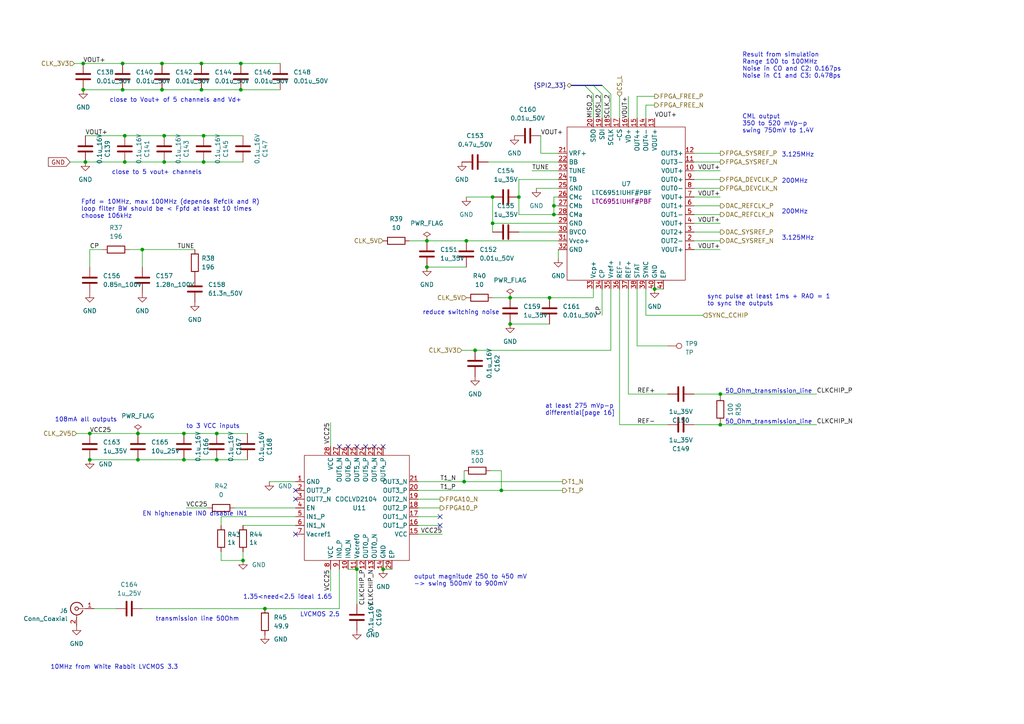
<source format=kicad_sch>
(kicad_sch (version 20230121) (generator eeschema)
  (paper "A4")
  (junction (at 137.795 101.6))
  (junction (at 134.62 139.7))
  (junction (at 123.825 69.85))
  (junction (at 40.005 133.35))
  (junction (at 58.42 26.035))
  (junction (at 24.765 46.99))
  (junction (at 111.125 165.1))
  (junction (at 103.505 165.1))
  (junction (at 36.195 46.99))
  (junction (at 46.99 18.415))
  (junction (at 69.85 26.035))
  (junction (at 24.13 18.415))
  (junction (at 46.99 26.035))
  (junction (at 142.875 64.77))
  (junction (at 123.825 77.47))
  (junction (at 160.655 59.69))
  (junction (at 135.255 69.85))
  (junction (at 142.875 57.15))
  (junction (at 47.625 46.99))
  (junction (at 160.655 62.23))
  (junction (at 24.13 26.035))
  (junction (at 40.005 125.73))
  (junction (at 58.42 18.415))
  (junction (at 35.56 18.415))
  (junction (at 208.915 114.3))
  (junction (at 145.415 142.24))
  (junction (at 53.34 133.35))
  (junction (at 147.955 93.98))
  (junction (at 147.955 86.36))
  (junction (at 59.055 46.99))
  (junction (at 62.865 133.35))
  (junction (at 26.035 125.73))
  (junction (at 35.56 26.035))
  (junction (at 41.275 72.39))
  (junction (at 53.34 125.73))
  (junction (at 59.055 39.37))
  (junction (at 159.385 86.36))
  (junction (at 208.915 123.19))
  (junction (at 36.195 39.37))
  (junction (at 189.865 83.82))
  (junction (at 76.835 176.53))
  (junction (at 62.865 125.73))
  (junction (at 26.035 133.35))
  (junction (at 150.495 57.15))
  (junction (at 69.85 18.415))
  (junction (at 47.625 39.37))
  (junction (at 70.485 162.56))
  (no_connect (at 127.635 152.4))
  (no_connect (at 127.635 149.86))
  (no_connect (at 100.965 129.54))
  (no_connect (at 106.045 129.54))
  (no_connect (at 103.505 129.54))
  (no_connect (at 111.125 129.54))
  (no_connect (at 85.725 142.24))
  (no_connect (at 85.725 144.78))
  (no_connect (at 85.725 154.94))
  (no_connect (at 108.585 129.54))
  (no_connect (at 98.425 129.54))
  (bus_entry (at 172.085 24.765) (size 2.54 2.54))
  (bus_entry (at 174.625 24.765) (size 2.54 2.54))
  (bus_entry (at 169.545 24.765) (size 2.54 2.54))
  (wire (pts (xy 133.985 101.6) (xy 137.795 101.6)))
  (wire (pts (xy 142.875 64.77) (xy 161.925 64.77)))
  (wire (pts (xy 64.135 149.86) (xy 85.725 149.86)))
  (wire (pts (xy 123.825 69.85) (xy 135.255 69.85)))
  (wire (pts (xy 201.295 72.39) (xy 208.915 72.39)))
  (wire (pts (xy 201.295 57.15) (xy 208.915 57.15)))
  (wire (pts (xy 201.295 52.07) (xy 208.915 52.07)))
  (wire (pts (xy 40.005 133.35) (xy 53.34 133.35)))
  (wire (pts (xy 26.035 133.35) (xy 40.005 133.35)))
  (wire (pts (xy 145.415 142.24) (xy 163.195 142.24)))
  (wire (pts (xy 187.325 30.48) (xy 187.325 34.29)))
  (wire (pts (xy 184.785 27.94) (xy 189.865 27.94)))
  (wire (pts (xy 184.785 34.29) (xy 184.785 27.94)))
  (wire (pts (xy 134.62 139.7) (xy 163.195 139.7)))
  (wire (pts (xy 36.195 46.99) (xy 47.625 46.99)))
  (wire (pts (xy 64.135 160.02) (xy 64.135 162.56)))
  (wire (pts (xy 121.285 152.4) (xy 127.635 152.4)))
  (wire (pts (xy 208.915 123.19) (xy 201.295 123.19)))
  (wire (pts (xy 161.925 57.15) (xy 160.655 57.15)))
  (wire (pts (xy 160.655 57.15) (xy 160.655 59.69)))
  (wire (pts (xy 201.295 69.85) (xy 208.915 69.85)))
  (wire (pts (xy 156.845 39.37) (xy 156.845 44.45)))
  (wire (pts (xy 41.275 72.39) (xy 41.275 77.47)))
  (wire (pts (xy 150.495 62.23) (xy 160.655 62.23)))
  (wire (pts (xy 134.62 136.525) (xy 134.62 139.7)))
  (wire (pts (xy 53.975 147.32) (xy 60.325 147.32)))
  (wire (pts (xy 111.125 165.1) (xy 113.665 165.1)))
  (wire (pts (xy 236.855 114.3) (xy 208.915 114.3)))
  (wire (pts (xy 161.925 52.07) (xy 150.495 52.07)))
  (wire (pts (xy 47.625 46.99) (xy 59.055 46.99)))
  (wire (pts (xy 36.195 39.37) (xy 47.625 39.37)))
  (wire (pts (xy 174.625 83.82) (xy 174.625 91.44)))
  (wire (pts (xy 40.005 125.73) (xy 53.34 125.73)))
  (wire (pts (xy 177.165 101.6) (xy 177.165 83.82)))
  (wire (pts (xy 98.425 176.53) (xy 98.425 165.1)))
  (wire (pts (xy 201.295 62.23) (xy 208.915 62.23)))
  (wire (pts (xy 95.885 122.555) (xy 95.885 129.54)))
  (wire (pts (xy 159.385 86.36) (xy 172.085 86.36)))
  (wire (pts (xy 201.295 64.77) (xy 208.915 64.77)))
  (wire (pts (xy 193.675 100.33) (xy 184.785 100.33)))
  (wire (pts (xy 208.915 123.19) (xy 236.855 123.19)))
  (wire (pts (xy 58.42 18.415) (xy 69.85 18.415)))
  (wire (pts (xy 179.705 27.94) (xy 179.705 34.29)))
  (wire (pts (xy 154.305 49.53) (xy 161.925 49.53)))
  (wire (pts (xy 69.85 26.035) (xy 81.28 26.035)))
  (wire (pts (xy 145.415 136.525) (xy 142.24 136.525)))
  (wire (pts (xy 160.655 62.23) (xy 161.925 62.23)))
  (wire (pts (xy 121.285 154.94) (xy 128.27 154.94)))
  (wire (pts (xy 156.845 44.45) (xy 161.925 44.45)))
  (wire (pts (xy 53.34 133.35) (xy 62.865 133.35)))
  (wire (pts (xy 182.245 83.82) (xy 182.245 114.3)))
  (wire (pts (xy 64.135 152.4) (xy 64.135 149.86)))
  (wire (pts (xy 161.925 72.39) (xy 161.925 74.93)))
  (wire (pts (xy 121.285 142.24) (xy 145.415 142.24)))
  (wire (pts (xy 203.835 91.44) (xy 187.325 91.44)))
  (wire (pts (xy 147.955 93.98) (xy 159.385 93.98)))
  (wire (pts (xy 150.495 57.15) (xy 150.495 62.23)))
  (wire (pts (xy 59.055 46.99) (xy 70.485 46.99)))
  (wire (pts (xy 21.59 18.415) (xy 24.13 18.415)))
  (wire (pts (xy 187.325 91.44) (xy 187.325 83.82)))
  (wire (pts (xy 24.765 39.37) (xy 36.195 39.37)))
  (wire (pts (xy 201.295 49.53) (xy 208.915 49.53)))
  (wire (pts (xy 103.505 165.1) (xy 103.505 175.26)))
  (bus (pts (xy 172.085 24.765) (xy 174.625 24.765)))
  (wire (pts (xy 46.99 26.035) (xy 58.42 26.035)))
  (wire (pts (xy 150.495 52.07) (xy 150.495 57.15)))
  (wire (pts (xy 142.875 86.36) (xy 147.955 86.36)))
  (wire (pts (xy 121.285 149.86) (xy 127.635 149.86)))
  (wire (pts (xy 27.305 176.53) (xy 33.655 176.53)))
  (wire (pts (xy 20.32 46.99) (xy 24.765 46.99)))
  (wire (pts (xy 201.295 46.99) (xy 208.915 46.99)))
  (wire (pts (xy 201.295 67.31) (xy 208.915 67.31)))
  (wire (pts (xy 37.465 72.39) (xy 41.275 72.39)))
  (wire (pts (xy 53.34 125.73) (xy 62.865 125.73)))
  (wire (pts (xy 64.135 162.56) (xy 70.485 162.56)))
  (wire (pts (xy 118.745 69.85) (xy 123.825 69.85)))
  (wire (pts (xy 70.485 160.02) (xy 70.485 162.56)))
  (wire (pts (xy 35.56 26.035) (xy 46.99 26.035)))
  (wire (pts (xy 67.945 147.32) (xy 85.725 147.32)))
  (wire (pts (xy 150.495 67.31) (xy 161.925 67.31)))
  (wire (pts (xy 208.915 122.555) (xy 208.915 123.19)))
  (wire (pts (xy 26.035 77.47) (xy 26.035 72.39)))
  (wire (pts (xy 189.865 30.48) (xy 187.325 30.48)))
  (wire (pts (xy 41.275 176.53) (xy 76.835 176.53)))
  (wire (pts (xy 182.245 27.94) (xy 182.245 34.29)))
  (wire (pts (xy 177.165 27.305) (xy 177.165 34.29)))
  (wire (pts (xy 58.42 26.035) (xy 69.85 26.035)))
  (wire (pts (xy 155.575 54.61) (xy 161.925 54.61)))
  (wire (pts (xy 76.835 176.53) (xy 98.425 176.53)))
  (wire (pts (xy 121.285 144.78) (xy 127.635 144.78)))
  (wire (pts (xy 26.035 72.39) (xy 29.845 72.39)))
  (wire (pts (xy 24.13 26.035) (xy 35.56 26.035)))
  (wire (pts (xy 142.875 64.77) (xy 142.875 67.31)))
  (bus (pts (xy 165.735 24.765) (xy 169.545 24.765)))
  (wire (pts (xy 145.415 136.525) (xy 145.415 142.24)))
  (wire (pts (xy 208.915 114.3) (xy 201.295 114.3)))
  (wire (pts (xy 46.99 18.415) (xy 58.42 18.415)))
  (wire (pts (xy 201.295 54.61) (xy 208.915 54.61)))
  (wire (pts (xy 100.965 165.1) (xy 103.505 165.1)))
  (wire (pts (xy 174.625 27.305) (xy 174.625 34.29)))
  (wire (pts (xy 184.785 100.33) (xy 184.785 83.82)))
  (wire (pts (xy 179.705 83.82) (xy 179.705 123.19)))
  (wire (pts (xy 208.915 114.935) (xy 208.915 114.3)))
  (wire (pts (xy 137.795 101.6) (xy 177.165 101.6)))
  (wire (pts (xy 35.56 18.415) (xy 46.99 18.415)))
  (wire (pts (xy 121.285 147.32) (xy 127.635 147.32)))
  (wire (pts (xy 182.245 114.3) (xy 193.675 114.3)))
  (wire (pts (xy 123.825 77.47) (xy 135.255 77.47)))
  (wire (pts (xy 22.225 125.73) (xy 26.035 125.73)))
  (wire (pts (xy 26.035 125.73) (xy 40.005 125.73)))
  (wire (pts (xy 201.295 59.69) (xy 208.915 59.69)))
  (wire (pts (xy 135.255 57.15) (xy 142.875 57.15)))
  (wire (pts (xy 160.655 59.69) (xy 160.655 62.23)))
  (wire (pts (xy 179.705 123.19) (xy 193.675 123.19)))
  (wire (pts (xy 147.955 86.36) (xy 159.385 86.36)))
  (wire (pts (xy 201.295 44.45) (xy 208.915 44.45)))
  (wire (pts (xy 47.625 39.37) (xy 59.055 39.37)))
  (wire (pts (xy 121.285 139.7) (xy 134.62 139.7)))
  (wire (pts (xy 172.085 27.305) (xy 172.085 34.29)))
  (bus (pts (xy 169.545 24.765) (xy 172.085 24.765)))
  (wire (pts (xy 141.605 46.99) (xy 161.925 46.99)))
  (wire (pts (xy 24.765 46.99) (xy 36.195 46.99)))
  (wire (pts (xy 41.275 72.39) (xy 56.515 72.39)))
  (wire (pts (xy 95.885 165.1) (xy 95.885 171.45)))
  (wire (pts (xy 24.13 18.415) (xy 35.56 18.415)))
  (wire (pts (xy 189.865 83.82) (xy 192.405 83.82)))
  (wire (pts (xy 160.655 59.69) (xy 161.925 59.69)))
  (wire (pts (xy 69.85 18.415) (xy 81.28 18.415)))
  (wire (pts (xy 78.105 139.7) (xy 85.725 139.7)))
  (wire (pts (xy 62.865 125.73) (xy 71.755 125.73)))
  (wire (pts (xy 59.055 39.37) (xy 70.485 39.37)))
  (wire (pts (xy 135.255 69.85) (xy 161.925 69.85)))
  (wire (pts (xy 70.485 152.4) (xy 85.725 152.4)))
  (wire (pts (xy 142.875 57.15) (xy 142.875 64.77)))
  (wire (pts (xy 172.085 83.82) (xy 172.085 86.36)))
  (wire (pts (xy 62.865 133.35) (xy 71.755 133.35)))
  (text "transmission line 50Ohm" (at 45.085 180.34 0) (effects (font (size 1.27 1.27)) (justify left bottom)))
  (text "reduce switching noise" (at 122.555 91.44 0) (effects (font (size 1.27 1.27)) (justify left bottom)))
  (text "CML output\n350 to 520 mVp-p\nswing 750mV to 1.4V" (at 215.265 38.735 0) (effects (font (size 1.27 1.27)) (justify left bottom)))
  (text "200MHz" (at 226.695 53.34 0) (effects (font (size 1.27 1.27)) (justify left bottom)))
  (text "3.125MHz" (at 226.695 69.85 0) (effects (font (size 1.27 1.27)) (justify left bottom)))
  (text "200MHz" (at 226.695 62.23 0) (effects (font (size 1.27 1.27)) (justify left bottom)))
  (text "3.125MHz" (at 226.695 45.72 0) (effects (font (size 1.27 1.27)) (justify left bottom)))
  (text "Fpfd = 10MHz, max 100MHz (depends Refclk and R)\nloop filter BW should be < Fpfd at least 10 times\nchoose 106kHz" (at 23.495 63.5 0) (effects (font (size 1.27 1.27)) (justify left bottom)))
  (text "close to 5 vout+ channels" (at 32.385 50.8 0) (effects (font (size 1.27 1.27)) (justify left bottom)))
  (text "at least 275 mVp-p \ndifferential[page 16]" (at 158.115 120.65 0) (effects (font (size 1.27 1.27)) (justify left bottom)))
  (text "sync pulse at least 1ms + RAO = 1\nto sync the outputs" (at 205.105 88.9 0) (effects (font (size 1.27 1.27)) (justify left bottom)))
  (text "EN high:enable IN0 disable IN1" (at 41.275 149.86 0) (effects (font (size 1.27 1.27)) (justify left bottom)))
  (text "Result from simulation\nRange 100 to 100MHz\nNoise in CO and C2: 0.167ps\nNoise in C1 and C3: 0.478ps" (at 215.265 22.86 0) (effects (font (size 1.27 1.27)) (justify left bottom)))
  (text "108mA all outputs" (at 15.875 122.555 0) (effects (font (size 1.27 1.27)) (justify left bottom)))
  (text "50_Ohm_transmission_line" (at 235.585 114.3 0) (effects (font (size 1.27 1.27)) (justify right bottom)))
  (text "close to Vout+ of 5 channels and Vd+" (at 31.75 29.845 0) (effects (font (size 1.27 1.27)) (justify left bottom)))
  (text "to 3 VCC inputs" (at 53.975 124.46 0) (effects (font (size 1.27 1.27)) (justify left bottom)))
  (text "10MHz from White Rabbit LVCMOS 3.3" (at 14.605 194.31 0) (effects (font (size 1.27 1.27)) (justify left bottom)))
  (text "LVCMOS 2.5" (at 86.995 179.07 0) (effects (font (size 1.27 1.27)) (justify left bottom)))
  (text "1.35<need<2.5 ideal 1.65" (at 70.485 173.99 0) (effects (font (size 1.27 1.27)) (justify left bottom)))
  (text "50_Ohm_transmission_line" (at 235.585 123.19 0) (effects (font (size 1.27 1.27)) (justify right bottom)))
  (text "output magnitude 250 to 450 mV\n-> swing 500mV to 900mV" (at 120.015 170.18 0) (effects (font (size 1.27 1.27)) (justify left bottom)))
  (label "T1_N" (at 127.635 139.7 0))
  (label "T1_P" (at 127.635 142.24 0))
  (label "VOUT+" (at 208.915 57.15 180))
  (label "VCC25" (at 95.885 122.555 270))
  (label "REF-" (at 184.785 123.19 0))
  (label "TUNE" (at 51.435 72.39 0))
  (label "CP" (at 174.625 91.44 90))
  (label "CLKCHIP_N" (at 108.585 165.1 270))
  (label "VOUT+" (at 24.13 18.415 0))
  (label "VOUT+" (at 208.915 72.39 180))
  (label "SCLK_2" (at 177.165 27.305 270))
  (label "VCC25" (at 128.27 154.94 180))
  (label "CLKCHIP_N" (at 236.855 123.19 0))
  (label "VOUT+" (at 182.245 27.94 270))
  (label "VOUT+" (at 189.865 34.29 0))
  (label "TUNE" (at 154.305 49.53 0))
  (label "VCC25" (at 95.885 171.45 90))
  (label "VCC25" (at 26.035 125.73 0))
  (label "MOSI_2" (at 174.625 27.305 270))
  (label "CP" (at 26.035 72.39 0))
  (label "VOUT+" (at 208.915 64.77 180))
  (label "REF+" (at 184.785 114.3 0))
  (label "VCC25" (at 53.975 147.32 0))
  (label "CLKCHIP_P" (at 236.855 114.3 0))
  (label "VOUT+" (at 208.915 49.53 180))
  (label "CLKCHIP_P" (at 106.045 165.1 270))
  (label "MISO_2" (at 172.085 27.305 270))
  (label "VOUT+" (at 156.845 39.37 0))
  (label "VOUT+" (at 24.765 39.37 0))
  (global_label "GND" (shape input) (at 20.32 46.99 180) (property "Intersheetrefs" "${INTERSHEET_REFS}" (effects hide)))
  (hierarchical_label "DAC_REFCLK_P" (shape output) (at 208.915 59.69 0))
  (hierarchical_label "FPGA_SYSREF_N" (shape output) (at 208.915 46.99 0))
  (hierarchical_label "FPGA_FREE_N" (shape output) (at 189.865 30.48 0))
  (hierarchical_label "T1_N" (shape output) (at 163.195 139.7 0))
  (hierarchical_label "CLK_3V3" (shape input) (at 133.985 101.6 180))
  (hierarchical_label "T1_P" (shape output) (at 163.195 142.24 0))
  (hierarchical_label "CLK_3V3" (shape input) (at 21.59 18.415 180))
  (hierarchical_label "DAC_REFCLK_N" (shape output) (at 208.915 62.23 0))
  (hierarchical_label "SYNC_CCHIP" (shape input) (at 203.835 91.44 0))
  (hierarchical_label "FPGA_FREE_P" (shape output) (at 189.865 27.94 0))
  (hierarchical_label "CLK_5V" (shape input) (at 135.255 86.36 180))
  (hierarchical_label "CLK_2V5" (shape input) (at 22.225 125.73 180))
  (hierarchical_label "FPGA_DEVCLK_P" (shape output) (at 208.915 52.07 0))
  (hierarchical_label "FPGA_SYSREF_P" (shape output) (at 208.915 44.45 0))
  (hierarchical_label "DAC_SYSREF_N" (shape output) (at 208.915 69.85 0))
  (hierarchical_label "FPGA10_N" (shape output) (at 127.635 144.78 0))
  (hierarchical_label "CLK_5V" (shape input) (at 111.125 69.85 180))
  (hierarchical_label "DAC_SYSREF_P" (shape output) (at 208.915 67.31 0))
  (hierarchical_label "FPGA10_P" (shape output) (at 127.635 147.32 0))
  (hierarchical_label "FPGA_DEVCLK_N" (shape output) (at 208.915 54.61 0))
  (hierarchical_label "CS_L" (shape input) (at 179.705 27.94 90))
  (hierarchical_label "{SPI2_33}" (shape bidirectional) (at 165.735 24.765 180))
  (symbol (lib_id "power:GND") (at 147.955 93.98 0) (unit 1)
    (property "Reference" "#PWR0108" (effects hide))
    (property "Value" "GND" (at 147.955 99.06 0))
    (instances (project "Bread" (path "" (reference "#PWR0108") (unit 1))) (project "pllclock" (path "" (reference "#PWR074") (unit 1))) (project "Bread70" (path "" (reference "#PWR0109") (unit 1))))
  )
  (symbol (lib_id "head-rescue:C-Device") (at 36.195 43.18 180) (unit 1)
    (property "Reference" "C141" (at 42.5958 43.18 90))
    (property "Value" "0.1u_16V" (at 40.2844 43.18 90))
    (property "Footprint" "Capacitor_SMD:C_0603_1608Metric" (effects hide))
    (property "Datasheet" "https://www.mouser.fr/ProductDetail/TAIYO-YUDEN/EMF107B7104KAHT?qs=%252B6g0mu59x7JS5TRg8GVKAA%3D%3D" (effects hide))
    (property "Part" "EMF107B7104KAHT " (effects hide))
    (property "Unitprice" "0.169" (effects hide))
    (property "Description" "Multilayer Ceramic Capacitors MLCC - SMD/SMT 0603 16VDC 0.1uF 10% X7R AEC-Q200 " (effects hide))
    (property "Man" "Taiyo Yuden " (effects hide))
    (property "Dis" "Mouser" (effects hide))
    (instances (project "Bread" (path "" (reference "C141") (unit 1))) (project "pllclock" (path "" (reference "C62") (unit 1))) (project "Bread70" (path "" (reference "C155") (unit 1))))
  )
  (symbol (lib_id "head-rescue:C-Device") (at 59.055 43.18 180) (unit 1)
    (property "Reference" "C145" (at 65.4558 43.18 90))
    (property "Value" "0.1u_16V" (at 63.1444 43.18 90))
    (property "Footprint" "Capacitor_SMD:C_0603_1608Metric" (effects hide))
    (property "Datasheet" "https://www.mouser.fr/ProductDetail/TAIYO-YUDEN/EMF107B7104KAHT?qs=%252B6g0mu59x7JS5TRg8GVKAA%3D%3D" (effects hide))
    (property "Part" "EMF107B7104KAHT " (effects hide))
    (property "Unitprice" "0.169" (effects hide))
    (property "Description" "Multilayer Ceramic Capacitors MLCC - SMD/SMT 0603 16VDC 0.1uF 10% X7R AEC-Q200 " (effects hide))
    (property "Man" "Taiyo Yuden " (effects hide))
    (property "Dis" "Mouser" (effects hide))
    (instances (project "Bread" (path "" (reference "C145") (unit 1))) (project "pllclock" (path "" (reference "C141") (unit 1))) (project "Bread70" (path "" (reference "C164") (unit 1))))
  )
  (symbol (lib_id "power:GND") (at 111.125 165.1 0) (unit 1)
    (property "Reference" "#PWR0121" (effects hide))
    (property "Value" "GND" (at 111.125 170.18 0))
    (instances (project "Bread" (path "" (reference "#PWR0121") (unit 1))) (project "buffer" (path "" (reference "#PWR0113") (unit 1))) (project "Bread70" (path "" (reference "#PWR0104") (unit 1))))
  )
  (symbol (lib_id "Device:C") (at 41.275 81.28 180) (unit 1)
    (property "Reference" "C157" (at 45.085 80.0099 0) (effects (justify right)))
    (property "Value" "1.28n_100V" (at 45.085 82.5499 0) (effects (justify right)))
    (property "Footprint" "Capacitor_SMD:C_0603_1608Metric" (effects hide))
    (property "Datasheet" "https://www.mouser.fr/ProductDetail/Murata-Electronics/GCM1885C2A132JA16D?qs=MY6wChARw2wq79ITuktoIg%3D%3D" (effects hide))
    (property "Part" "GCM1885C2A132JA16D " (effects hide))
    (property "Unitprice" "0,21" (effects hide))
    (property "Description" "Multilayer Ceramic Capacitors MLCC - SMD/SMT 0603 1300pF 100volt C0G +/-5% " (effects hide))
    (property "Man" "Murata Electronics " (effects hide))
    (property "Dis" "Mouser" (effects hide))
    (instances (project "Bread" (path "" (reference "C157") (unit 1))) (project "pllclock" (path "" (reference "C157") (unit 1))) (project "Bread70" (path "" (reference "C158") (unit 1))))
  )
  (symbol (lib_id "head-rescue:C-Device") (at 53.34 129.54 180) (unit 1)
    (property "Reference" "C166" (at 59.7408 129.54 90))
    (property "Value" "0.1u_16V" (at 57.4294 129.54 90))
    (property "Footprint" "Capacitor_SMD:C_0603_1608Metric" (effects hide))
    (property "Datasheet" "https://www.mouser.fr/ProductDetail/TAIYO-YUDEN/EMF107B7104KAHT?qs=%252B6g0mu59x7JS5TRg8GVKAA%3D%3D" (effects hide))
    (property "Part" "EMF107B7104KAHT " (effects hide))
    (property "Unitprice" "0.169" (effects hide))
    (property "Description" "Multilayer Ceramic Capacitors MLCC - SMD/SMT 0603 16VDC 0.1uF 10% X7R AEC-Q200 " (effects hide))
    (property "Man" "Taiyo Yuden " (effects hide))
    (property "Dis" "Mouser" (effects hide))
    (instances (project "Bread" (path "" (reference "C166") (unit 1))) (project "buffer" (path "" (reference "C163") (unit 1))) (project "Bread70" (path "" (reference "C161") (unit 1))))
  )
  (symbol (lib_id "Device:R") (at 139.065 86.36 90) (unit 1)
    (property "Reference" "R40" (at 139.065 80.01 90))
    (property "Value" "10" (at 139.065 82.55 90))
    (property "Footprint" "Resistor_SMD:R_0603_1608Metric" (effects hide))
    (property "Datasheet" "https://www.mouser.fr/ProductDetail/ROHM-Semiconductor/SDR03EZPF10R0?qs=sGAEpiMZZMtlubZbdhIBIIR71ikvQRXL86cQ8CeB2OQ%3D" (effects hide))
    (property "Part" "SDR03EZPF10R0 " (effects hide))
    (property "Description" "Thick Film Resistors - SMD 0603 10ohm 1% Anti Surge AEC-Q200 " (effects hide))
    (property "Unitprice" "0,131" (effects hide))
    (property "Man" "ROHM-Semiconductor" (effects hide))
    (property "Dis" "Mouser" (effects hide))
    (instances (project "Bread" (path "" (reference "R40") (unit 1))) (project "pllclock" (path "" (reference "R35") (unit 1))) (project "Bread70" (path "" (reference "R61") (unit 1))))
  )
  (symbol (lib_id "head-rescue:C-Device") (at 71.755 129.54 180) (unit 1)
    (property "Reference" "C168" (at 78.1558 129.54 90))
    (property "Value" "0.1u_16V" (at 75.8444 129.54 90))
    (property "Footprint" "Capacitor_SMD:C_0603_1608Metric" (effects hide))
    (property "Datasheet" "https://www.mouser.fr/ProductDetail/TAIYO-YUDEN/EMF107B7104KAHT?qs=%252B6g0mu59x7JS5TRg8GVKAA%3D%3D" (effects hide))
    (property "Part" "EMF107B7104KAHT " (effects hide))
    (property "Unitprice" "0.169" (effects hide))
    (property "Description" "Multilayer Ceramic Capacitors MLCC - SMD/SMT 0603 16VDC 0.1uF 10% X7R AEC-Q200 " (effects hide))
    (property "Man" "Taiyo Yuden " (effects hide))
    (property "Dis" "Mouser" (effects hide))
    (instances (project "Bread" (path "" (reference "C168") (unit 1))) (project "buffer" (path "" (reference "C166") (unit 1))) (project "Bread70" (path "" (reference "C168") (unit 1))))
  )
  (symbol (lib_id "power:GND") (at 149.225 39.37 0) (unit 1)
    (property "Reference" "#PWR0109" (effects hide))
    (property "Value" "GND" (at 149.225 44.45 0))
    (instances (project "Bread" (path "" (reference "#PWR0109") (unit 1))) (project "pllclock" (path "" (reference "#PWR075") (unit 1))) (project "Bread70" (path "" (reference "#PWR0110") (unit 1))))
  )
  (symbol (lib_id "Device:C") (at 137.795 46.99 90) (unit 1)
    (property "Reference" "C153" (at 137.795 39.37 90))
    (property "Value" "0.47u_50V" (at 137.795 41.91 90))
    (property "Footprint" "Capacitor_SMD:C_0603_1608Metric" (effects hide))
    (property "Datasheet" "https://www.mouser.fr/ProductDetail/Taiyo-Yuden/UMK107B7474KA-TR?qs=PzICbMaShUdqAbO6Hf9P0w%3D%3D" (effects hide))
    (property "Part" "UMK107B7474KA-TR" (effects hide))
    (property "Unitprice" "0,175" (effects hide))
    (property "Description" "Multilayer Ceramic Capacitors MLCC - SMD/SMT 0603 50VDC 0.47uF 10% X7R" (effects hide))
    (property "Man" "Taiyo Yuden " (effects hide))
    (property "Dis" "Mouser" (effects hide))
    (instances (project "Bread" (path "" (reference "C153") (unit 1))) (project "pllclock" (path "" (reference "C149") (unit 1))) (project "Bread70" (path "" (reference "C173") (unit 1))))
  )
  (symbol (lib_id "Device:C") (at 146.685 67.31 90) (unit 1)
    (property "Reference" "C155" (at 146.685 59.69 90))
    (property "Value" "1u_35V" (at 146.685 62.23 90))
    (property "Footprint" "Capacitor_SMD:C_0603_1608Metric" (effects hide))
    (property "Datasheet" "https://www.mouser.fr/ProductDetail/Taiyo-Yuden/GMJ107CB7105KAHR?qs=3jdCaFhktOQWOjcG%2FzhUAg%3D%3D" (effects hide))
    (property "Part" "GMJ107CB7105KAHR " (effects hide))
    (property "Unitprice" "0,263" (effects hide))
    (property "Description" "Multilayer Ceramic Capacitors MLCC - SMD/SMT 0603 35VDC 1uF 10% X7R AEC-Q200 " (effects hide))
    (property "Man" "Taiyo Yuden " (effects hide))
    (property "Dis" "Mouser" (effects hide))
    (instances (project "Bread" (path "" (reference "C155") (unit 1))) (project "pllclock" (path "" (reference "C151") (unit 1))) (project "Bread70" (path "" (reference "C176") (unit 1))))
  )
  (symbol (lib_id "Device:C") (at 81.28 22.225 0) (unit 1)
    (property "Reference" "C148" (at 85.09 20.9549 0) (effects (justify left)))
    (property "Value" "0.01u_50V" (at 85.09 23.4949 0) (effects (justify left)))
    (property "Footprint" "Capacitor_SMD:C_0603_1608Metric" (effects hide))
    (property "Datasheet" "https://www.mouser.fr/ProductDetail/Taiyo-Yuden/UMK107B7103KAHT?qs=vF%252B8ahGVilcYbA08bkQoWA%3D%3D" (effects hide))
    (property "Part" "UMK107B7103KAHT " (effects hide))
    (property "Unitprice" "0,123" (effects hide))
    (property "Description" "Multilayer Ceramic Capacitors MLCC - SMD/SMT 0603 50VDC 0.01uF 10% X7R AEC-Q200 " (effects hide))
    (property "Man" "Taiyo Yuden " (effects hide))
    (property "Dis" "Mouser" (effects hide))
    (instances (project "Bread" (path "" (reference "C148") (unit 1))) (project "pllclock" (path "" (reference "C144") (unit 1))) (project "Bread70" (path "" (reference "C169") (unit 1))))
  )
  (symbol (lib_id "Connector:Conn_Coaxial") (at 22.225 176.53 0) (mirror y) (unit 1)
    (property "Reference" "J6" (at 19.6849 177.1459 0) (effects (justify left)))
    (property "Value" "Conn_Coaxial" (at 19.6849 179.4446 0) (effects (justify left)))
    (property "Footprint" "Connector_Coaxial:SMA_Amphenol_132134_Vertical" (effects hide))
    (property "Datasheet" "https://www.mouser.fr/ProductDetail/Amphenol-RF/132134/?qs=b8dDPpdgesvQEpS4IQp3aA%3D%3D" (effects hide))
    (property "Part" "132134" (effects hide))
    (property "Man" "Amphenol RF" (effects hide))
    (property "Description" " RF Connectors / Coaxial Connectors SMA STRAIGHT PCB RECEPTACLE" (effects hide))
    (property "Dis" "Mouser" (effects hide))
    (property "Unitprice" "5.68" (effects hide))
    (instances (project "tdc" (path "" (reference "J6") (unit 1))) (project "Bread" (path "" (reference "J15") (unit 1))) (project "Bread70" (path "" (reference "J12") (unit 1)) (path "" (reference "J16") (unit 1)) (path "" (reference "J19") (unit 1))))
  )
  (symbol (lib_id "Device:C") (at 26.035 81.28 180) (unit 1)
    (property "Reference" "C156" (at 29.845 80.0099 0) (effects (justify right)))
    (property "Value" "0.85n_100V" (at 29.845 82.5499 0) (effects (justify right)))
    (property "Footprint" "Capacitor_SMD:C_0603_1608Metric" (effects hide))
    (property "Datasheet" "https://www.mouser.fr/ProductDetail/Vishay-Vitramon/VJ0603Y821KXBAC?qs=CkAzvnrpUEz0EZWKc4vqVg%3D%3D" (effects hide))
    (property "Part" "VJ0603Y821KXBAC " (effects hide))
    (property "Unitprice" "0,28" (effects hide))
    (property "Description" "Multilayer Ceramic Capacitors MLCC - SMD/SMT 820pF 100volts X7R 10%" (effects hide))
    (property "Man" "Vishay / Vitramon " (effects hide))
    (property "Dis" "Mouser" (effects hide))
    (instances (project "Bread" (path "" (reference "C156") (unit 1))) (project "pllclock" (path "" (reference "C156") (unit 1))) (project "Bread70" (path "" (reference "C152") (unit 1))))
  )
  (symbol (lib_id "head-rescue:R-Device") (at 208.915 118.745 0) (mirror x) (unit 1)
    (property "Reference" "R36" (at 214.1728 118.745 90))
    (property "Value" "100" (at 211.8614 118.745 90))
    (property "Footprint" "Resistor_SMD:R_0603_1608Metric" (effects hide))
    (property "Datasheet" "https://www.mouser.fr/ProductDetail/KOA-Speer/RN73R1JTTD1000F50?qs=vLWxofP3U2yYPkSOJCMWdQ%3D%3D" (effects hide))
    (property "Part" "RN73R1JTTD1000F50" (effects hide))
    (property "Unitprice" "0.443" (effects hide))
    (property "Description" " Thin Film Resistors - SMD 100 ohm 1% 50 ppm" (effects hide))
    (property "Man" "KOA Speer " (effects hide))
    (property "Dis" "Mouser" (effects hide))
    (instances (project "Bread" (path "" (reference "R36") (unit 1))) (project "pllclock" (path "" (reference "R33") (unit 1))) (project "Bread70" (path "" (reference "R63") (unit 1))))
  )
  (symbol (lib_id "head-rescue:C-Device") (at 47.625 43.18 180) (unit 1)
    (property "Reference" "C143" (at 54.0258 43.18 90))
    (property "Value" "0.1u_16V" (at 51.7144 43.18 90))
    (property "Footprint" "Capacitor_SMD:C_0603_1608Metric" (effects hide))
    (property "Datasheet" "https://www.mouser.fr/ProductDetail/TAIYO-YUDEN/EMF107B7104KAHT?qs=%252B6g0mu59x7JS5TRg8GVKAA%3D%3D" (effects hide))
    (property "Part" "EMF107B7104KAHT " (effects hide))
    (property "Unitprice" "0.169" (effects hide))
    (property "Description" "Multilayer Ceramic Capacitors MLCC - SMD/SMT 0603 16VDC 0.1uF 10% X7R AEC-Q200 " (effects hide))
    (property "Man" "Taiyo Yuden " (effects hide))
    (property "Dis" "Mouser" (effects hide))
    (instances (project "Bread" (path "" (reference "C143") (unit 1))) (project "pllclock" (path "" (reference "C139") (unit 1))) (project "Bread70" (path "" (reference "C160") (unit 1))))
  )
  (symbol (lib_id "Device:C") (at 69.85 22.225 0) (unit 1)
    (property "Reference" "C146" (at 73.66 20.9549 0) (effects (justify left)))
    (property "Value" "0.01u_50V" (at 73.66 23.4949 0) (effects (justify left)))
    (property "Footprint" "Capacitor_SMD:C_0603_1608Metric" (effects hide))
    (property "Datasheet" "https://www.mouser.fr/ProductDetail/Taiyo-Yuden/UMK107B7103KAHT?qs=vF%252B8ahGVilcYbA08bkQoWA%3D%3D" (effects hide))
    (property "Part" "UMK107B7103KAHT " (effects hide))
    (property "Unitprice" "0,123" (effects hide))
    (property "Description" "Multilayer Ceramic Capacitors MLCC - SMD/SMT 0603 50VDC 0.01uF 10% X7R AEC-Q200 " (effects hide))
    (property "Man" "Taiyo Yuden " (effects hide))
    (property "Dis" "Mouser" (effects hide))
    (instances (project "Bread" (path "" (reference "C146") (unit 1))) (project "pllclock" (path "" (reference "C142") (unit 1))) (project "Bread70" (path "" (reference "C166") (unit 1))))
  )
  (symbol (lib_id "power:GND") (at 41.275 85.09 0) (unit 1)
    (property "Reference" "#PWR0100" (effects hide))
    (property "Value" "GND" (at 41.275 90.17 0))
    (instances (project "Bread" (path "" (reference "#PWR0100") (unit 1))) (project "pllclock" (path "" (reference "#PWR082") (unit 1))) (project "Bread70" (path "" (reference "#PWR098") (unit 1))))
  )
  (symbol (lib_id "power:GND") (at 133.985 46.99 0) (unit 1)
    (property "Reference" "#PWR0106" (effects hide))
    (property "Value" "GND" (at 133.985 52.07 0))
    (instances (project "Bread" (path "" (reference "#PWR0106") (unit 1))) (project "pllclock" (path "" (reference "#PWR072") (unit 1))) (project "Bread70" (path "" (reference "#PWR0106") (unit 1))))
  )
  (symbol (lib_id "Device:R") (at 56.515 76.2 180) (unit 1)
    (property "Reference" "R38" (at 58.42 74.9299 0) (effects (justify right)))
    (property "Value" "196" (at 58.42 77.4699 0) (effects (justify right)))
    (property "Footprint" "Resistor_SMD:R_0603_1608Metric" (effects hide))
    (property "Datasheet" "https://www.mouser.fr/ProductDetail/Bourns/CR0603-FX-1960ELF?qs=sGAEpiMZZMtlubZbdhIBIH9Gi%2FydmsaGYFh9oUP%252B1AM%3D" (effects hide))
    (property "Part" "CR0603-FX-1960ELF" (effects hide))
    (property "Description" "Thick Film Resistors - SMD 196ohm 1% 1/10W " (effects hide))
    (property "Unitprice" "0,088" (effects hide))
    (property "Man" "Bourns" (effects hide))
    (property "Dis" "Mouser" (effects hide))
    (instances (project "Bread" (path "" (reference "R38") (unit 1))) (project "pllclock" (path "" (reference "R38") (unit 1))) (project "Bread70" (path "" (reference "R54") (unit 1))))
  )
  (symbol (lib_id "power:PWR_FLAG") (at 123.825 69.85 0) (unit 1)
    (property "Reference" "#FLG0102" (effects hide))
    (property "Value" "PWR_FLAG" (at 123.825 64.77 0))
    (instances (project "Bread" (path "" (reference "#FLG0102") (unit 1))) (project "pllclock" (path "" (reference "#FLG0102") (unit 1))) (project "Bread70" (path "" (reference "#FLG022") (unit 1))))
  )
  (symbol (lib_id "power:GND") (at 155.575 54.61 0) (unit 1)
    (property "Reference" "#PWR0110" (effects hide))
    (property "Value" "GND" (at 155.575 59.69 0))
    (instances (project "Bread" (path "" (reference "#PWR0110") (unit 1))) (project "pllclock" (path "" (reference "#PWR076") (unit 1))) (project "Bread70" (path "" (reference "#PWR0111") (unit 1))))
  )
  (symbol (lib_id "power:GND") (at 70.485 162.56 0) (unit 1)
    (property "Reference" "#PWR0117" (effects hide))
    (property "Value" "GND" (at 73.025 163.8299 0) (effects (justify left)))
    (instances (project "Bread" (path "" (reference "#PWR0117") (unit 1))) (project "buffer" (path "" (reference "#PWR0109") (unit 1))) (project "Bread70" (path "" (reference "#PWR0100") (unit 1))))
  )
  (symbol (lib_id "power:GND") (at 103.505 182.88 0) (unit 1)
    (property "Reference" "#PWR0120" (effects hide))
    (property "Value" "GND" (at 106.045 184.1499 0) (effects (justify left)))
    (instances (project "Bread" (path "" (reference "#PWR0120") (unit 1))) (project "buffer" (path "" (reference "#PWR0112") (unit 1))) (project "Bread70" (path "" (reference "#PWR0103") (unit 1))))
  )
  (symbol (lib_id "power:GND") (at 123.825 77.47 0) (unit 1)
    (property "Reference" "#PWR0105" (effects hide))
    (property "Value" "GND" (at 123.825 82.55 0))
    (instances (project "Bread" (path "" (reference "#PWR0105") (unit 1))) (project "pllclock" (path "" (reference "#PWR071") (unit 1))) (project "Bread70" (path "" (reference "#PWR0105") (unit 1))))
  )
  (symbol (lib_id "Device:C") (at 24.13 22.225 0) (unit 1)
    (property "Reference" "C138" (at 27.94 20.9549 0) (effects (justify left)))
    (property "Value" "0.01u_50V" (at 27.94 23.4949 0) (effects (justify left)))
    (property "Footprint" "Capacitor_SMD:C_0603_1608Metric" (effects hide))
    (property "Datasheet" "https://www.mouser.fr/ProductDetail/Taiyo-Yuden/UMK107B7103KAHT?qs=vF%252B8ahGVilcYbA08bkQoWA%3D%3D" (effects hide))
    (property "Part" "UMK107B7103KAHT " (effects hide))
    (property "Unitprice" "0,123" (effects hide))
    (property "Description" "Multilayer Ceramic Capacitors MLCC - SMD/SMT 0603 50VDC 0.01uF 10% X7R AEC-Q200 " (effects hide))
    (property "Man" "Taiyo Yuden " (effects hide))
    (property "Dis" "Mouser" (effects hide))
    (instances (project "Bread" (path "" (reference "C138") (unit 1))) (project "pllclock" (path "" (reference "C59") (unit 1))) (project "Bread70" (path "" (reference "C150") (unit 1))))
  )
  (symbol (lib_id "power:GND") (at 24.765 46.99 0) (unit 1)
    (property "Reference" "#PWR098" (effects hide))
    (property "Value" "GND" (at 24.765 52.07 0))
    (instances (project "Bread" (path "" (reference "#PWR098") (unit 1))) (project "pllclock" (path "" (reference "#PWR070") (unit 1))) (project "Bread70" (path "" (reference "#PWR095") (unit 1))))
  )
  (symbol (lib_id "head-rescue:R-Device") (at 70.485 156.21 180) (unit 1)
    (property "Reference" "R44" (at 72.263 155.0416 0) (effects (justify right)))
    (property "Value" "1k" (at 72.263 157.353 0) (effects (justify right)))
    (property "Footprint" "Resistor_SMD:R_0603_1608Metric" (effects hide))
    (property "Datasheet" "https://www.mouser.fr/ProductDetail/Panasonic/ERJ-3EKF1001V?qs=%2Fha2pyFaduglTbPDDZSypWE69I9nzuoo3rS5%252BQlSb3G8fLmmMx%252BY%2Fg%3D%3D" (effects hide))
    (property "Part" "ERJ-3EKF1001V" (effects hide))
    (property "Description" "Thick Film Resistors - SMD 0603 1Kohms 1% AEC-Q200" (effects hide))
    (property "Unitprice" "0,088" (effects hide))
    (property "Man" "Panasonic " (effects hide))
    (property "Dis" "Mouser" (effects hide))
    (instances (project "Bread" (path "" (reference "R44") (unit 1))) (project "buffer" (path "" (reference "R43") (unit 1))) (project "Bread70" (path "" (reference "R57") (unit 1))))
  )
  (symbol (lib_id "power:GND") (at 137.795 109.22 0) (unit 1)
    (property "Reference" "#PWR0111" (effects hide))
    (property "Value" "GND" (at 137.795 114.3 0))
    (instances (project "Bread" (path "" (reference "#PWR0111") (unit 1))) (project "pllclock" (path "" (reference "#PWR077") (unit 1))) (project "Bread70" (path "" (reference "#PWR0108") (unit 1))))
  )
  (symbol (lib_id "power:GND") (at 24.13 26.035 0) (unit 1)
    (property "Reference" "#PWR082" (effects hide))
    (property "Value" "GND" (at 24.13 31.115 0))
    (instances (project "Bread" (path "" (reference "#PWR082") (unit 1))) (project "pllclock" (path "" (reference "#PWR069") (unit 1))) (project "Bread70" (path "" (reference "#PWR094") (unit 1))))
  )
  (symbol (lib_id "Device:R") (at 64.135 147.32 90) (unit 1)
    (property "Reference" "R42" (at 64.135 140.97 90))
    (property "Value" "0" (at 64.135 143.51 90))
    (property "Footprint" "Resistor_SMD:R_0603_1608Metric" (effects hide))
    (property "Datasheet" "https://www.mouser.fr/ProductDetail/YAGEO/AC0603FR-070RL?qs=UoPT7wUmgYIHE8YhvUntLg%3D%3D" (effects hide))
    (property "Part" "AC0603FR-070RL" (effects hide))
    (property "Description" "Thick Film Resistors - SMD 0 Ohms 100m W 0603% 1% AEC-Q200 Standard Power Version " (effects hide))
    (property "Unitprice" "0.094" (effects hide))
    (property "Man" "YAGEO " (effects hide))
    (property "Dis" "Mouser" (effects hide))
    (instances (project "Bread" (path "" (reference "R42") (unit 1))) (project "buffer" (path "" (reference "R41") (unit 1))) (project "Bread70" (path "" (reference "R55") (unit 1))))
  )
  (symbol (lib_id "Device:C") (at 147.955 90.17 0) (unit 1)
    (property "Reference" "C159" (at 151.765 88.8999 0) (effects (justify left)))
    (property "Value" "1u_35V" (at 151.765 91.4399 0) (effects (justify left)))
    (property "Footprint" "Capacitor_SMD:C_0603_1608Metric" (effects hide))
    (property "Datasheet" "https://www.mouser.fr/ProductDetail/Taiyo-Yuden/GMJ107CB7105KAHR?qs=3jdCaFhktOQWOjcG%2FzhUAg%3D%3D" (effects hide))
    (property "Part" "GMJ107CB7105KAHR " (effects hide))
    (property "Unitprice" "0,263" (effects hide))
    (property "Description" "Multilayer Ceramic Capacitors MLCC - SMD/SMT 0603 35VDC 1uF 10% X7R AEC-Q200 " (effects hide))
    (property "Man" "Taiyo Yuden " (effects hide))
    (property "Dis" "Mouser" (effects hide))
    (instances (project "Bread" (path "" (reference "C159") (unit 1))) (project "pllclock" (path "" (reference "C152") (unit 1))) (project "Bread70" (path "" (reference "C177") (unit 1))))
  )
  (symbol (lib_id "head-rescue:C-Device") (at 103.505 179.07 180) (unit 1)
    (property "Reference" "C169" (at 109.9058 179.07 90))
    (property "Value" "0.1u_16V" (at 107.5944 179.07 90))
    (property "Footprint" "Capacitor_SMD:C_0603_1608Metric" (effects hide))
    (property "Datasheet" "https://www.mouser.fr/ProductDetail/TAIYO-YUDEN/EMF107B7104KAHT?qs=%252B6g0mu59x7JS5TRg8GVKAA%3D%3D" (effects hide))
    (property "Part" "EMF107B7104KAHT " (effects hide))
    (property "Unitprice" "0.169" (effects hide))
    (property "Description" "Multilayer Ceramic Capacitors MLCC - SMD/SMT 0603 16VDC 0.1uF 10% X7R AEC-Q200 " (effects hide))
    (property "Man" "Taiyo Yuden " (effects hide))
    (property "Dis" "Mouser" (effects hide))
    (instances (project "Bread" (path "" (reference "C169") (unit 1))) (project "buffer" (path "" (reference "C165") (unit 1))) (project "Bread70" (path "" (reference "C170") (unit 1))))
  )
  (symbol (lib_id "Device:C") (at 40.005 129.54 0) (unit 1)
    (property "Reference" "C165" (at 43.815 128.2699 0) (effects (justify left)))
    (property "Value" "10u_25V" (at 43.815 130.8099 0) (effects (justify left)))
    (property "Footprint" "Capacitor_SMD:C_1206_3216Metric" (effects hide))
    (property "Datasheet" "https://www.mouser.fr/ProductDetail/TAIYO-YUDEN/TMK316AB7106KL-T?qs=CNQs48zzdno60lrsjTLvlg%3D%3D" (effects hide))
    (property "Part" "TMK316AB7106KL-T" (effects hide))
    (property "Unitprice" "0.282" (effects hide))
    (property "Description" " Multilayer Ceramic Capacitors MLCC - SMD/SMT 1206 25VDC 10uF 10% X7R" (effects hide))
    (property "Man" "Taiyo Yuden " (effects hide))
    (property "Dis" "Mouser" (effects hide))
    (instances (project "Bread" (path "" (reference "C165") (unit 1))) (project "buffer" (path "" (reference "C162") (unit 1))) (project "Bread70" (path "" (reference "C157") (unit 1))))
  )
  (symbol (lib_id "Device:R") (at 33.655 72.39 90) (unit 1)
    (property "Reference" "R37" (at 33.655 66.04 90))
    (property "Value" "196" (at 33.655 68.58 90))
    (property "Footprint" "Resistor_SMD:R_0603_1608Metric" (effects hide))
    (property "Datasheet" "https://www.mouser.fr/ProductDetail/Bourns/CR0603-FX-1960ELF?qs=sGAEpiMZZMtlubZbdhIBIH9Gi%2FydmsaGYFh9oUP%252B1AM%3D" (effects hide))
    (property "Part" "CR0603-FX-1960ELF" (effects hide))
    (property "Description" "Thick Film Resistors - SMD 196ohm 1% 1/10W " (effects hide))
    (property "Unitprice" "0,088" (effects hide))
    (property "Man" "Bourns" (effects hide))
    (property "Dis" "Mouser" (effects hide))
    (instances (project "Bread" (path "" (reference "R37") (unit 1))) (project "pllclock" (path "" (reference "R37") (unit 1))) (project "Bread70" (path "" (reference "R53") (unit 1))))
  )
  (symbol (lib_name "C_1") (lib_id "Device:C") (at 37.465 176.53 90) (unit 1)
    (property "Reference" "C164" (at 37.465 169.545 90))
    (property "Value" "1u_25V" (at 37.465 172.085 90))
    (property "Footprint" "Capacitor_SMD:C_0603_1608Metric" (effects hide))
    (property "Datasheet" "https://www.mouser.fr/ProductDetail/TAIYO-YUDEN/TMK107B7105KA-T?qs=PzICbMaShUfoHRKdwm1IMg%3D%3D" (effects hide))
    (property "Part" "TMK107B7105KA-T" (effects hide))
    (property "Unitprice" "0.094" (effects hide))
    (property "Description" " Multilayer Ceramic Capacitors MLCC - SMD/SMT 0603 25VDC 1uF 10% X7R " (effects hide))
    (property "Man" "Taiyo Yuden " (effects hide))
    (property "Dis" "Mouser" (effects hide))
    (instances (project "Bread" (path "" (reference "C164") (unit 1))) (project "buffer" (path "" (reference "C160") (unit 1))) (project "Bread70" (path "" (reference "C156") (unit 1))))
  )
  (symbol (lib_id "Device:C") (at 197.485 114.3 270) (unit 1)
    (property "Reference" "C150" (at 197.485 121.92 90))
    (property "Value" "1u_35V" (at 197.485 119.38 90))
    (property "Footprint" "Capacitor_SMD:C_0603_1608Metric" (effects hide))
    (property "Datasheet" "https://www.mouser.fr/ProductDetail/Taiyo-Yuden/GMJ107CB7105KAHR?qs=3jdCaFhktOQWOjcG%2FzhUAg%3D%3D" (effects hide))
    (property "Part" "GMJ107CB7105KAHR " (effects hide))
    (property "Unitprice" "0,263" (effects hide))
    (property "Description" "Multilayer Ceramic Capacitors MLCC - SMD/SMT 0603 35VDC 1uF 10% X7R AEC-Q200 " (effects hide))
    (property "Man" "Taiyo Yuden " (effects hide))
    (property "Dis" "Mouser" (effects hide))
    (instances (project "Bread" (path "" (reference "C150") (unit 1))) (project "pllclock" (path "" (reference "C146") (unit 1))) (project "Bread70" (path "" (reference "C180") (unit 1))))
  )
  (symbol (lib_id "Connector:TestPoint") (at 193.675 100.33 270) (unit 1)
    (property "Reference" "TP9" (at 198.755 99.695 90) (effects (justify left)))
    (property "Value" "TP" (at 198.755 102.235 90) (effects (justify left)))
    (property "Footprint" "TestPoint:TestPoint_Pad_D1.0mm" (effects hide))
    (instances (project "Bread" (path "" (reference "TP9") (unit 1))) (project "Bread70" (path "" (reference "TP10") (unit 1))))
  )
  (symbol (lib_id "Device:C") (at 135.255 73.66 0) (unit 1)
    (property "Reference" "C152" (at 139.065 72.3899 0) (effects (justify left)))
    (property "Value" "0.01u_50V" (at 139.065 74.9299 0) (effects (justify left)))
    (property "Footprint" "Capacitor_SMD:C_0603_1608Metric" (effects hide))
    (property "Datasheet" "https://www.mouser.fr/ProductDetail/Taiyo-Yuden/UMK107B7103KAHT?qs=vF%252B8ahGVilcYbA08bkQoWA%3D%3D" (effects hide))
    (property "Part" "UMK107B7103KAHT " (effects hide))
    (property "Unitprice" "0,123" (effects hide))
    (property "Description" "Multilayer Ceramic Capacitors MLCC - SMD/SMT 0603 50VDC 0.01uF 10% X7R AEC-Q200 " (effects hide))
    (property "Man" "Taiyo Yuden " (effects hide))
    (property "Dis" "Mouser" (effects hide))
    (instances (project "Bread" (path "" (reference "C152") (unit 1))) (project "pllclock" (path "" (reference "C148") (unit 1))) (project "Bread70" (path "" (reference "C172") (unit 1))))
  )
  (symbol (lib_id "power:PWR_FLAG") (at 40.005 125.73 0) (unit 1)
    (property "Reference" "#FLG0120" (effects hide))
    (property "Value" "PWR_FLAG" (at 40.005 120.65 0))
    (instances (project "Bread" (path "" (reference "#FLG0120") (unit 1))) (project "buffer" (path "" (reference "#FLG0120") (unit 1))) (project "Bread70" (path "" (reference "#FLG021") (unit 1))))
  )
  (symbol (lib_id "power:GND") (at 161.925 74.93 0) (unit 1)
    (property "Reference" "#PWR0112" (effects hide))
    (property "Value" "GND" (at 161.925 80.01 0))
    (instances (project "Bread" (path "" (reference "#PWR0112") (unit 1))) (project "pllclock" (path "" (reference "#PWR078") (unit 1))) (project "Bread70" (path "" (reference "#PWR0112") (unit 1))))
  )
  (symbol (lib_id "Device:C") (at 159.385 90.17 0) (unit 1)
    (property "Reference" "C161" (at 163.195 88.8999 0) (effects (justify left)))
    (property "Value" "0.01u_50V" (at 163.195 91.4399 0) (effects (justify left)))
    (property "Footprint" "Capacitor_SMD:C_0603_1608Metric" (effects hide))
    (property "Datasheet" "https://www.mouser.fr/ProductDetail/Taiyo-Yuden/UMK107B7103KAHT?qs=vF%252B8ahGVilcYbA08bkQoWA%3D%3D" (effects hide))
    (property "Part" "UMK107B7103KAHT " (effects hide))
    (property "Unitprice" "0,123" (effects hide))
    (property "Description" "Multilayer Ceramic Capacitors MLCC - SMD/SMT 0603 50VDC 0.01uF 10% X7R AEC-Q200 " (effects hide))
    (property "Man" "Taiyo Yuden " (effects hide))
    (property "Dis" "Mouser" (effects hide))
    (instances (project "Bread" (path "" (reference "C161") (unit 1))) (project "pllclock" (path "" (reference "C154") (unit 1))) (project "Bread70" (path "" (reference "C179") (unit 1))))
  )
  (symbol (lib_id "Device:R") (at 114.935 69.85 90) (unit 1)
    (property "Reference" "R39" (at 114.935 63.5 90))
    (property "Value" "10" (at 114.935 66.04 90))
    (property "Footprint" "Resistor_SMD:R_0603_1608Metric" (effects hide))
    (property "Datasheet" "https://www.mouser.fr/ProductDetail/ROHM-Semiconductor/SDR03EZPF10R0?qs=sGAEpiMZZMtlubZbdhIBIIR71ikvQRXL86cQ8CeB2OQ%3D" (effects hide))
    (property "Part" "SDR03EZPF10R0 " (effects hide))
    (property "Description" "Thick Film Resistors - SMD 0603 10ohm 1% Anti Surge AEC-Q200 " (effects hide))
    (property "Unitprice" "0,131" (effects hide))
    (property "Man" "ROHM-Semiconductor" (effects hide))
    (property "Dis" "Mouser" (effects hide))
    (instances (project "Bread" (path "" (reference "R39") (unit 1))) (project "pllclock" (path "" (reference "R34") (unit 1))) (project "Bread70" (path "" (reference "R59") (unit 1))))
  )
  (symbol (lib_id "Device:R") (at 76.835 180.34 0) (unit 1)
    (property "Reference" "R45" (at 79.375 179.0699 0) (effects (justify left)))
    (property "Value" "49.9" (at 79.375 181.6099 0) (effects (justify left)))
    (property "Footprint" "Resistor_SMD:R_0603_1608Metric" (effects hide))
    (property "Datasheet" "https://www.mouser.fr/ProductDetail/TE-Connectivity-Holsworthy/RQ73C1J49R9BTD/?qs=sGAEpiMZZMtlubZbdhIBIMLPczR3K4UeUYBcv00%2FHQw%3D" (effects hide))
    (property "Part" "RQ73C1J49R9BTD " (effects hide))
    (property "Description" "Thin Film Resistors - SMD RQ 0603 49R9 0.1% 10PPM 5K RL" (effects hide))
    (property "Unitprice" "0,718" (effects hide))
    (property "Man" "TE Connectivity / Holsworthy" (effects hide))
    (property "Dis" "Mouser" (effects hide))
    (instances (project "Bread" (path "" (reference "R45") (unit 1))) (project "buffer" (path "" (reference "R44") (unit 1))) (project "Bread70" (path "" (reference "R58") (unit 1))))
  )
  (symbol (lib_id "head-rescue:C-Device") (at 137.795 105.41 180) (unit 1)
    (property "Reference" "C162" (at 144.1958 105.41 90))
    (property "Value" "0.1u_16V" (at 141.8844 105.41 90))
    (property "Footprint" "Capacitor_SMD:C_0603_1608Metric" (effects hide))
    (property "Datasheet" "https://www.mouser.fr/ProductDetail/TAIYO-YUDEN/EMF107B7104KAHT?qs=%252B6g0mu59x7JS5TRg8GVKAA%3D%3D" (effects hide))
    (property "Part" "EMF107B7104KAHT " (effects hide))
    (property "Unitprice" "0.169" (effects hide))
    (property "Description" "Multilayer Ceramic Capacitors MLCC - SMD/SMT 0603 16VDC 0.1uF 10% X7R AEC-Q200 " (effects hide))
    (property "Man" "Taiyo Yuden " (effects hide))
    (property "Dis" "Mouser" (effects hide))
    (instances (project "Bread" (path "" (reference "C162") (unit 1))) (project "pllclock" (path "" (reference "C155") (unit 1))) (project "Bread70" (path "" (reference "C174") (unit 1))))
  )
  (symbol (lib_id "power:GND") (at 26.035 85.09 0) (unit 1)
    (property "Reference" "#PWR099" (effects hide))
    (property "Value" "GND" (at 26.035 90.17 0))
    (instances (project "Bread" (path "" (reference "#PWR099") (unit 1))) (project "pllclock" (path "" (reference "#PWR081") (unit 1))) (project "Bread70" (path "" (reference "#PWR096") (unit 1))))
  )
  (symbol (lib_id "Device:C") (at 123.825 73.66 0) (unit 1)
    (property "Reference" "C151" (at 127.635 72.3899 0) (effects (justify left)))
    (property "Value" "1u_35V" (at 127.635 74.9299 0) (effects (justify left)))
    (property "Footprint" "Capacitor_SMD:C_0603_1608Metric" (effects hide))
    (property "Datasheet" "https://www.mouser.fr/ProductDetail/Taiyo-Yuden/GMJ107CB7105KAHR?qs=3jdCaFhktOQWOjcG%2FzhUAg%3D%3D" (effects hide))
    (property "Part" "GMJ107CB7105KAHR " (effects hide))
    (property "Unitprice" "0,263" (effects hide))
    (property "Description" "Multilayer Ceramic Capacitors MLCC - SMD/SMT 0603 35VDC 1uF 10% X7R AEC-Q200 " (effects hide))
    (property "Man" "Taiyo Yuden " (effects hide))
    (property "Dis" "Mouser" (effects hide))
    (instances (project "Bread" (path "" (reference "C151") (unit 1))) (project "pllclock" (path "" (reference "C147") (unit 1))) (project "Bread70" (path "" (reference "C171") (unit 1))))
  )
  (symbol (lib_id "power:GND") (at 56.515 87.63 0) (unit 1)
    (property "Reference" "#PWR0102" (effects hide))
    (property "Value" "GND" (at 56.515 92.71 0))
    (instances (project "Bread" (path "" (reference "#PWR0102") (unit 1))) (project "pllclock" (path "" (reference "#PWR0101") (unit 1))) (project "Bread70" (path "" (reference "#PWR099") (unit 1))))
  )
  (symbol (lib_id "power:PWR_FLAG") (at 147.955 86.36 0) (unit 1)
    (property "Reference" "#FLG0119" (effects hide))
    (property "Value" "PWR_FLAG" (at 147.955 81.28 0))
    (instances (project "Bread" (path "" (reference "#FLG0119") (unit 1))) (project "pllclock" (path "" (reference "#FLG0116") (unit 1))) (project "Bread70" (path "" (reference "#FLG023") (unit 1))))
  )
  (symbol (lib_id "power:GND") (at 76.835 184.15 0) (unit 1)
    (property "Reference" "#PWR0118" (effects hide))
    (property "Value" "GND" (at 79.375 185.4199 0) (effects (justify left)))
    (instances (project "Bread" (path "" (reference "#PWR0118") (unit 1))) (project "buffer" (path "" (reference "#PWR0110") (unit 1))) (project "Bread70" (path "" (reference "#PWR0101") (unit 1))))
  )
  (symbol (lib_id "head-rescue:C-Device") (at 70.485 43.18 180) (unit 1)
    (property "Reference" "C147" (at 76.8858 43.18 90))
    (property "Value" "0.1u_16V" (at 74.5744 43.18 90))
    (property "Footprint" "Capacitor_SMD:C_0603_1608Metric" (effects hide))
    (property "Datasheet" "https://www.mouser.fr/ProductDetail/TAIYO-YUDEN/EMF107B7104KAHT?qs=%252B6g0mu59x7JS5TRg8GVKAA%3D%3D" (effects hide))
    (property "Part" "EMF107B7104KAHT " (effects hide))
    (property "Unitprice" "0.169" (effects hide))
    (property "Description" "Multilayer Ceramic Capacitors MLCC - SMD/SMT 0603 16VDC 0.1uF 10% X7R AEC-Q200 " (effects hide))
    (property "Man" "Taiyo Yuden " (effects hide))
    (property "Dis" "Mouser" (effects hide))
    (instances (project "Bread" (path "" (reference "C147") (unit 1))) (project "pllclock" (path "" (reference "C143") (unit 1))) (project "Bread70" (path "" (reference "C167") (unit 1))))
  )
  (symbol (lib_id "Device:C") (at 146.685 57.15 90) (unit 1)
    (property "Reference" "C154" (at 146.685 49.53 90))
    (property "Value" "1u_35V" (at 146.685 52.07 90))
    (property "Footprint" "Capacitor_SMD:C_0603_1608Metric" (effects hide))
    (property "Datasheet" "https://www.mouser.fr/ProductDetail/Taiyo-Yuden/GMJ107CB7105KAHR?qs=3jdCaFhktOQWOjcG%2FzhUAg%3D%3D" (effects hide))
    (property "Part" "GMJ107CB7105KAHR " (effects hide))
    (property "Unitprice" "0,263" (effects hide))
    (property "Description" "Multilayer Ceramic Capacitors MLCC - SMD/SMT 0603 35VDC 1uF 10% X7R AEC-Q200 " (effects hide))
    (property "Man" "Taiyo Yuden " (effects hide))
    (property "Dis" "Mouser" (effects hide))
    (instances (project "Bread" (path "" (reference "C154") (unit 1))) (project "pllclock" (path "" (reference "C150") (unit 1))) (project "Bread70" (path "" (reference "C175") (unit 1))))
  )
  (symbol (lib_id "Device:C") (at 197.485 123.19 270) (unit 1)
    (property "Reference" "C149" (at 197.485 130.175 90))
    (property "Value" "1u_35V" (at 197.485 127.635 90))
    (property "Footprint" "Capacitor_SMD:C_0603_1608Metric" (effects hide))
    (property "Datasheet" "https://www.mouser.fr/ProductDetail/Taiyo-Yuden/GMJ107CB7105KAHR?qs=3jdCaFhktOQWOjcG%2FzhUAg%3D%3D" (effects hide))
    (property "Part" "GMJ107CB7105KAHR " (effects hide))
    (property "Unitprice" "0,263" (effects hide))
    (property "Description" "Multilayer Ceramic Capacitors MLCC - SMD/SMT 0603 35VDC 1uF 10% X7R AEC-Q200 " (effects hide))
    (property "Man" "Taiyo Yuden " (effects hide))
    (property "Dis" "Mouser" (effects hide))
    (instances (project "Bread" (path "" (reference "C149") (unit 1))) (project "pllclock" (path "" (reference "C145") (unit 1))) (project "Bread70" (path "" (reference "C181") (unit 1))))
  )
  (symbol (lib_id "head-rescue:C-Device") (at 24.765 43.18 180) (unit 1)
    (property "Reference" "C139" (at 31.1658 43.18 90))
    (property "Value" "0.1u_16V" (at 28.8544 43.18 90))
    (property "Footprint" "Capacitor_SMD:C_0603_1608Metric" (effects hide))
    (property "Datasheet" "https://www.mouser.fr/ProductDetail/TAIYO-YUDEN/EMF107B7104KAHT?qs=%252B6g0mu59x7JS5TRg8GVKAA%3D%3D" (effects hide))
    (property "Part" "EMF107B7104KAHT " (effects hide))
    (property "Unitprice" "0.169" (effects hide))
    (property "Description" "Multilayer Ceramic Capacitors MLCC - SMD/SMT 0603 16VDC 0.1uF 10% X7R AEC-Q200 " (effects hide))
    (property "Man" "Taiyo Yuden " (effects hide))
    (property "Dis" "Mouser" (effects hide))
    (instances (project "Bread" (path "" (reference "C139") (unit 1))) (project "pllclock" (path "" (reference "C60") (unit 1))) (project "Bread70" (path "" (reference "C151") (unit 1))))
  )
  (symbol (lib_id "Device:C") (at 153.035 39.37 90) (unit 1)
    (property "Reference" "C160" (at 153.035 31.75 90))
    (property "Value" "0.01u_50V" (at 153.035 34.29 90))
    (property "Footprint" "Capacitor_SMD:C_0603_1608Metric" (effects hide))
    (property "Datasheet" "https://www.mouser.fr/ProductDetail/Taiyo-Yuden/UMK107B7103KAHT?qs=vF%252B8ahGVilcYbA08bkQoWA%3D%3D" (effects hide))
    (property "Part" "UMK107B7103KAHT " (effects hide))
    (property "Unitprice" "0,123" (effects hide))
    (property "Description" "Multilayer Ceramic Capacitors MLCC - SMD/SMT 0603 50VDC 0.01uF 10% X7R AEC-Q200 " (effects hide))
    (property "Man" "Taiyo Yuden " (effects hide))
    (property "Dis" "Mouser" (effects hide))
    (instances (project "Bread" (path "" (reference "C160") (unit 1))) (project "pllclock" (path "" (reference "C153") (unit 1))) (project "Bread70" (path "" (reference "C178") (unit 1))))
  )
  (symbol (lib_id "Device:C") (at 58.42 22.225 0) (unit 1)
    (property "Reference" "C144" (at 62.23 20.9549 0) (effects (justify left)))
    (property "Value" "0.01u_50V" (at 62.23 23.4949 0) (effects (justify left)))
    (property "Footprint" "Capacitor_SMD:C_0603_1608Metric" (effects hide))
    (property "Datasheet" "https://www.mouser.fr/ProductDetail/Taiyo-Yuden/UMK107B7103KAHT?qs=vF%252B8ahGVilcYbA08bkQoWA%3D%3D" (effects hide))
    (property "Part" "UMK107B7103KAHT " (effects hide))
    (property "Unitprice" "0,123" (effects hide))
    (property "Description" "Multilayer Ceramic Capacitors MLCC - SMD/SMT 0603 50VDC 0.01uF 10% X7R AEC-Q200 " (effects hide))
    (property "Man" "Taiyo Yuden " (effects hide))
    (property "Dis" "Mouser" (effects hide))
    (instances (project "Bread" (path "" (reference "C144") (unit 1))) (project "pllclock" (path "" (reference "C140") (unit 1))) (project "Bread70" (path "" (reference "C163") (unit 1))))
  )
  (symbol (lib_id "power:GND") (at 189.865 83.82 0) (unit 1)
    (property "Reference" "#PWR0114" (effects hide))
    (property "Value" "GND" (at 189.865 88.9 0))
    (instances (project "Bread" (path "" (reference "#PWR0114") (unit 1))) (project "pllclock" (path "" (reference "#PWR080") (unit 1))) (project "Bread70" (path "" (reference "#PWR0113") (unit 1))))
  )
  (symbol (lib_id "Device:C") (at 46.99 22.225 0) (unit 1)
    (property "Reference" "C142" (at 50.8 20.9549 0) (effects (justify left)))
    (property "Value" "0.01u_50V" (at 50.8 23.4949 0) (effects (justify left)))
    (property "Footprint" "Capacitor_SMD:C_0603_1608Metric" (effects hide))
    (property "Datasheet" "https://www.mouser.fr/ProductDetail/Taiyo-Yuden/UMK107B7103KAHT?qs=vF%252B8ahGVilcYbA08bkQoWA%3D%3D" (effects hide))
    (property "Part" "UMK107B7103KAHT " (effects hide))
    (property "Unitprice" "0,123" (effects hide))
    (property "Description" "Multilayer Ceramic Capacitors MLCC - SMD/SMT 0603 50VDC 0.01uF 10% X7R AEC-Q200 " (effects hide))
    (property "Man" "Taiyo Yuden " (effects hide))
    (property "Dis" "Mouser" (effects hide))
    (instances (project "Bread" (path "" (reference "C142") (unit 1))) (project "pllclock" (path "" (reference "C63") (unit 1))) (project "Bread70" (path "" (reference "C159") (unit 1))))
  )
  (symbol (lib_id "power:GND") (at 22.225 181.61 0) (unit 1)
    (property "Reference" "#PWR0115" (effects hide))
    (property "Value" "GND" (at 22.225 186.69 0))
    (instances (project "Bread" (path "" (reference "#PWR0115") (unit 1))) (project "buffer" (path "" (reference "#PWR0106") (unit 1))) (project "Bread70" (path "" (reference "#PWR093") (unit 1))))
  )
  (symbol (lib_id "Device:C") (at 35.56 22.225 0) (unit 1)
    (property "Reference" "C140" (at 39.37 20.9549 0) (effects (justify left)))
    (property "Value" "0.01u_50V" (at 39.37 23.4949 0) (effects (justify left)))
    (property "Footprint" "Capacitor_SMD:C_0603_1608Metric" (effects hide))
    (property "Datasheet" "https://www.mouser.fr/ProductDetail/Taiyo-Yuden/UMK107B7103KAHT?qs=vF%252B8ahGVilcYbA08bkQoWA%3D%3D" (effects hide))
    (property "Part" "UMK107B7103KAHT " (effects hide))
    (property "Unitprice" "0,123" (effects hide))
    (property "Description" "Multilayer Ceramic Capacitors MLCC - SMD/SMT 0603 50VDC 0.01uF 10% X7R AEC-Q200 " (effects hide))
    (property "Man" "Taiyo Yuden " (effects hide))
    (property "Dis" "Mouser" (effects hide))
    (instances (project "Bread" (path "" (reference "C140") (unit 1))) (project "pllclock" (path "" (reference "C61") (unit 1))) (project "Bread70" (path "" (reference "C154") (unit 1))))
  )
  (symbol (lib_id "VQ_schematic_symbols:CDCLVD2104") (at 103.505 147.32 0) (unit 1)
    (property "Reference" "U11" (at 102.235 147.3199 0) (effects (justify left)))
    (property "Value" "CDCLVD2104" (at 97.155 144.7799 0) (effects (justify left)))
    (property "Footprint" "VQ_footprints:VQFN-28_5x5mm_P0.5_EP3.15x3.15_Thermal Vias" (effects hide))
    (property "Datasheet" "https://www.digikey.fr/fr/products/detail/texas-instruments/CDCLVD2104RHDR/2596805" (effects hide))
    (property "Part" "CDCLVD2104RHDR" (effects hide))
    (property "Man" "Texas Instruments" (effects hide))
    (property "Description" "IC CLK BUFFER 1:4 800MHZ 28VQFN" (effects hide))
    (property "Unitprice" "8,28" (effects hide))
    (property "Dis" "Digikey" (effects hide))
    (instances (project "Bread" (path "" (reference "U11") (unit 1))) (project "buffer" (path "" (reference "U11") (unit 1))) (project "Bread70" (path "" (reference "U10") (unit 1))))
  )
  (symbol (lib_id "power:GND") (at 78.105 139.7 0) (unit 1)
    (property "Reference" "#PWR029" (effects hide))
    (property "Value" "GND" (at 80.645 140.9699 0) (effects (justify left)))
    (instances (project "Bread" (path "" (reference "#PWR029") (unit 1))) (project "buffer" (path "" (reference "#PWR0109") (unit 1))) (project "Bread70" (path "" (reference "#PWR0102") (unit 1))))
  )
  (symbol (lib_id "head-rescue:R-Device") (at 64.135 156.21 180) (unit 1)
    (property "Reference" "R43" (at 65.913 155.0416 0) (effects (justify right)))
    (property "Value" "1k" (at 65.913 157.353 0) (effects (justify right)))
    (property "Footprint" "Resistor_SMD:R_0603_1608Metric" (effects hide))
    (property "Datasheet" "https://www.mouser.fr/ProductDetail/Panasonic/ERJ-3EKF1001V?qs=%2Fha2pyFaduglTbPDDZSypWE69I9nzuoo3rS5%252BQlSb3G8fLmmMx%252BY%2Fg%3D%3D" (effects hide))
    (property "Part" "ERJ-3EKF1001V" (effects hide))
    (property "Description" "Thick Film Resistors - SMD 0603 1Kohms 1% AEC-Q200" (effects hide))
    (property "Unitprice" "0,088" (effects hide))
    (property "Man" "Panasonic " (effects hide))
    (property "Dis" "Mouser" (effects hide))
    (instances (project "Bread" (path "" (reference "R43") (unit 1))) (project "buffer" (path "" (reference "R42") (unit 1))) (project "Bread70" (path "" (reference "R56") (unit 1))))
  )
  (symbol (lib_id "head-rescue:R-Device") (at 138.43 136.525 270) (mirror x) (unit 1)
    (property "Reference" "R53" (at 138.43 131.2672 90))
    (property "Value" "100" (at 138.43 133.5786 90))
    (property "Footprint" "Resistor_SMD:R_0603_1608Metric" (effects hide))
    (property "Datasheet" "https://www.mouser.fr/ProductDetail/KOA-Speer/RN73R1JTTD1000F50?qs=vLWxofP3U2yYPkSOJCMWdQ%3D%3D" (effects hide))
    (property "Part" "RN73R1JTTD1000F50" (effects hide))
    (property "Unitprice" "0.443" (effects hide))
    (property "Description" " Thin Film Resistors - SMD 100 ohm 1% 50 ppm" (effects hide))
    (property "Man" "KOA Speer " (effects hide))
    (property "Dis" "Mouser" (effects hide))
    (instances (project "Bread" (path "" (reference "R53") (unit 1))) (project "buffer" (path "" (reference "R53") (unit 1))) (project "Bread70" (path "" (reference "R60") (unit 1))))
  )
  (symbol (lib_id "power:GND") (at 135.255 57.15 0) (unit 1)
    (property "Reference" "#PWR0107" (effects hide))
    (property "Value" "GND" (at 135.255 62.23 0))
    (instances (project "Bread" (path "" (reference "#PWR0107") (unit 1))) (project "pllclock" (path "" (reference "#PWR073") (unit 1))) (project "Bread70" (path "" (reference "#PWR0107") (unit 1))))
  )
  (symbol (lib_id "power:GND") (at 26.035 133.35 0) (unit 1)
    (property "Reference" "#PWR0116" (effects hide))
    (property "Value" "GND" (at 28.575 134.6199 0) (effects (justify left)))
    (instances (project "Bread" (path "" (reference "#PWR0116") (unit 1))) (project "buffer" (path "" (reference "#PWR0108") (unit 1))) (project "Bread70" (path "" (reference "#PWR097") (unit 1))))
  )
  (symbol (lib_id "Device:C") (at 26.035 129.54 0) (unit 1)
    (property "Reference" "C163" (at 29.845 128.2699 0) (effects (justify left)))
    (property "Value" "1u_35V" (at 29.845 130.8099 0) (effects (justify left)))
    (property "Footprint" "Capacitor_SMD:C_0603_1608Metric" (effects hide))
    (property "Datasheet" "https://www.mouser.fr/ProductDetail/Taiyo-Yuden/GMJ107CB7105KAHR?qs=3jdCaFhktOQWOjcG%2FzhUAg%3D%3D" (effects hide))
    (property "Part" "GMJ107CB7105KAHR " (effects hide))
    (property "Unitprice" "0,263" (effects hide))
    (property "Description" "Multilayer Ceramic Capacitors MLCC - SMD/SMT 0603 35VDC 1uF 10% X7R AEC-Q200 " (effects hide))
    (property "Man" "Taiyo Yuden " (effects hide))
    (property "Dis" "Mouser" (effects hide))
    (instances (project "Bread" (path "" (reference "C163") (unit 1))) (project "buffer" (path "" (reference "C161") (unit 1))) (project "Bread70" (path "" (reference "C153") (unit 1))))
  )
  (symbol (lib_id "head-rescue:C-Device") (at 62.865 129.54 180) (unit 1)
    (property "Reference" "C167" (at 69.2658 129.54 90))
    (property "Value" "0.1u_16V" (at 66.9544 129.54 90))
    (property "Footprint" "Capacitor_SMD:C_0603_1608Metric" (effects hide))
    (property "Datasheet" "https://www.mouser.fr/ProductDetail/TAIYO-YUDEN/EMF107B7104KAHT?qs=%252B6g0mu59x7JS5TRg8GVKAA%3D%3D" (effects hide))
    (property "Part" "EMF107B7104KAHT " (effects hide))
    (property "Unitprice" "0.169" (effects hide))
    (property "Description" "Multilayer Ceramic Capacitors MLCC - SMD/SMT 0603 16VDC 0.1uF 10% X7R AEC-Q200 " (effects hide))
    (property "Man" "Taiyo Yuden " (effects hide))
    (property "Dis" "Mouser" (effects hide))
    (instances (project "Bread" (path "" (reference "C167") (unit 1))) (project "buffer" (path "" (reference "C164") (unit 1))) (project "Bread70" (path "" (reference "C165") (unit 1))))
  )
  (symbol (lib_id "Device:C") (at 56.515 83.82 180) (unit 1)
    (property "Reference" "C158" (at 60.325 82.5499 0) (effects (justify right)))
    (property "Value" "61.3n_50V" (at 60.325 85.0899 0) (effects (justify right)))
    (property "Footprint" "Capacitor_SMD:C_1206_3216Metric" (effects hide))
    (property "Datasheet" "https://www.mouser.fr/ProductDetail/Murata-Electronics/GRM31C5C1H623JA01K?qs=N3Kl9KD794Q8VrKn5lRtNw%3D%3D" (effects hide))
    (property "Part" "GRM31C5C1H623JA01K " (effects hide))
    (property "Unitprice" "0,464" (effects hide))
    (property "Description" "Multilayer Ceramic Capacitors MLCC - SMD/SMT .062UF 50V 5% 1206" (effects hide))
    (property "Man" "Murata Electronics " (effects hide))
    (property "Dis" "Mouser" (effects hide))
    (instances (project "Bread" (path "" (reference "C158") (unit 1))) (project "pllclock" (path "" (reference "C158") (unit 1))) (project "Bread70" (path "" (reference "C162") (unit 1))))
  )
  (symbol (lib_id "VQ_schematic_symbols:LTC6951IUHF#PBF") (at 180.975 58.42 180) (unit 1)
    (property "Reference" "U7" (at 181.61 53.34 0))
    (property "Value" "LTC6951IUHF#PBF" (at 180.34 55.88 0))
    (property "Footprint" "VQ_footprints:40 QFN 5x7mm_pitch 0.5mm_EP3.6x5.6mm" (effects hide))
    (property "Datasheet" "https://www.analog.com/media/en/technical-documentation/data-sheets/6951fa.pdf" (effects hide))
    (property "Part" "LTC6951IUHF#PBF" (at 180.34 58.42 0))
    (property "Man" "Analog-Devices" (effects hide))
    (property "Unitprice" "19,02" (effects hide))
    (property "Description" "IC CLOCK SYNTHESIZER PLL 40QFN" (effects hide))
    (property "Dis" "Digikey" (effects hide))
    (instances (project "Bread" (path "" (reference "U7") (unit 1))) (project "pllclock" (path "" (reference "U6") (unit 1))) (project "Bread70" (path "" (reference "U11") (unit 1))))
  )
)
</source>
